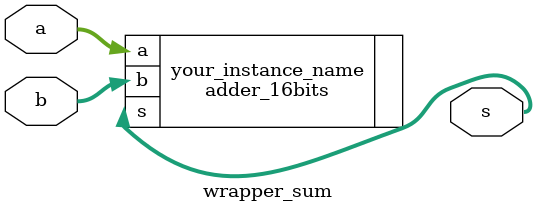
<source format=v>
`timescale 1ns / 1ps
module wrapper_sum(
input [15:0] a,b,
output [15:0] s);

adder_16bits your_instance_name (
  .a(a), // input [15 : 0] a
  .b(b), // input [15 : 0] b
  .s(s) // output [15 : 0] s
);

endmodule

</source>
